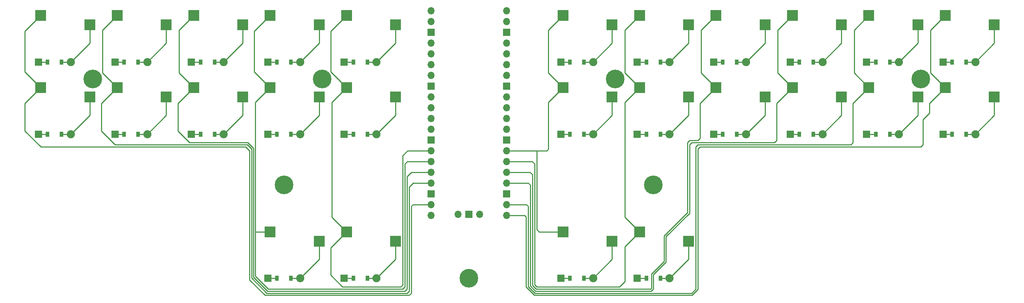
<source format=gbr>
%TF.GenerationSoftware,KiCad,Pcbnew,9.0.0*%
%TF.CreationDate,2025-03-09T18:38:06+01:00*%
%TF.ProjectId,pcb,7063622e-6b69-4636-9164-5f7063625858,v1.0.0*%
%TF.SameCoordinates,Original*%
%TF.FileFunction,Copper,L2,Bot*%
%TF.FilePolarity,Positive*%
%FSLAX46Y46*%
G04 Gerber Fmt 4.6, Leading zero omitted, Abs format (unit mm)*
G04 Created by KiCad (PCBNEW 9.0.0) date 2025-03-09 18:38:06*
%MOMM*%
%LPD*%
G01*
G04 APERTURE LIST*
%TA.AperFunction,SMDPad,CuDef*%
%ADD10R,2.600000X2.600000*%
%TD*%
%TA.AperFunction,ComponentPad*%
%ADD11R,1.778000X1.778000*%
%TD*%
%TA.AperFunction,SMDPad,CuDef*%
%ADD12R,0.900000X1.200000*%
%TD*%
%TA.AperFunction,ComponentPad*%
%ADD13C,1.905000*%
%TD*%
%TA.AperFunction,ComponentPad*%
%ADD14C,0.700000*%
%TD*%
%TA.AperFunction,ComponentPad*%
%ADD15C,4.400000*%
%TD*%
%TA.AperFunction,ComponentPad*%
%ADD16O,1.700000X1.700000*%
%TD*%
%TA.AperFunction,ComponentPad*%
%ADD17R,1.700000X1.700000*%
%TD*%
%TA.AperFunction,Conductor*%
%ADD18C,0.250000*%
%TD*%
G04 APERTURE END LIST*
D10*
%TO.P,S25,1*%
%TO.N,GP21*%
X219725000Y-128050000D03*
%TO.P,S25,2*%
%TO.N,inner_top*%
X231275000Y-130250000D03*
%TD*%
%TO.P,S12,1*%
%TO.N,GP21*%
X219725000Y-77050000D03*
%TO.P,S12,2*%
%TO.N,inner_top*%
X231275000Y-79250000D03*
%TD*%
%TO.P,S24,1*%
%TO.N,GP10*%
X168725000Y-128050000D03*
%TO.P,S24,2*%
%TO.N,inner_top*%
X180275000Y-130250000D03*
%TD*%
%TO.P,S8,1*%
%TO.N,GP11*%
X150725000Y-77050000D03*
%TO.P,S8,2*%
%TO.N,index_top*%
X162275000Y-79250000D03*
%TD*%
D11*
%TO.P,D7,1*%
%TO.N,GP9*%
X150190000Y-105000000D03*
D12*
X152350000Y-105000000D03*
%TO.P,D7,2*%
%TO.N,index_bottom*%
X155650000Y-105000000D03*
D13*
X157810000Y-105000000D03*
%TD*%
D14*
%TO.P,_8,1*%
%TO.N,N/C*%
X195850000Y-139000000D03*
X196333274Y-137833274D03*
X196333274Y-140166726D03*
X197500000Y-137350000D03*
D15*
X197500000Y-139000000D03*
D14*
X197500000Y-140650000D03*
X198666726Y-137833274D03*
X198666726Y-140166726D03*
X199150000Y-139000000D03*
%TD*%
D11*
%TO.P,D14,1*%
%TO.N,GP28*%
X237190000Y-88000000D03*
D12*
X239350000Y-88000000D03*
%TO.P,D14,2*%
%TO.N,index_top*%
X242650000Y-88000000D03*
D13*
X244810000Y-88000000D03*
%TD*%
D11*
%TO.P,D18,1*%
%TO.N,GP28*%
X273190000Y-88000000D03*
D12*
X275350000Y-88000000D03*
%TO.P,D18,2*%
%TO.N,ring_top*%
X278650000Y-88000000D03*
D13*
X280810000Y-88000000D03*
%TD*%
D10*
%TO.P,S4,1*%
%TO.N,GP13*%
X114725000Y-77050000D03*
%TO.P,S4,2*%
%TO.N,ring_top*%
X126275000Y-79250000D03*
%TD*%
D11*
%TO.P,D3,1*%
%TO.N,GP9*%
X114190000Y-105000000D03*
D12*
X116350000Y-105000000D03*
%TO.P,D3,2*%
%TO.N,ring_bottom*%
X119650000Y-105000000D03*
D13*
X121810000Y-105000000D03*
%TD*%
D10*
%TO.P,S16,1*%
%TO.N,GP19*%
X255725000Y-77050000D03*
%TO.P,S16,2*%
%TO.N,middle_top*%
X267275000Y-79250000D03*
%TD*%
%TO.P,S14,1*%
%TO.N,GP20*%
X237725000Y-77050000D03*
%TO.P,S14,2*%
%TO.N,index_top*%
X249275000Y-79250000D03*
%TD*%
D11*
%TO.P,D6,1*%
%TO.N,GP5*%
X132190000Y-88000000D03*
D12*
X134350000Y-88000000D03*
%TO.P,D6,2*%
%TO.N,middle_top*%
X137650000Y-88000000D03*
D13*
X139810000Y-88000000D03*
%TD*%
D10*
%TO.P,S17,1*%
%TO.N,GP18*%
X273725000Y-94050000D03*
%TO.P,S17,2*%
%TO.N,ring_bottom*%
X285275000Y-96250000D03*
%TD*%
D11*
%TO.P,D23,1*%
%TO.N,GP15*%
X150190000Y-139000000D03*
D12*
X152350000Y-139000000D03*
%TO.P,D23,2*%
%TO.N,outer_top*%
X155650000Y-139000000D03*
D13*
X157810000Y-139000000D03*
%TD*%
D11*
%TO.P,D17,1*%
%TO.N,GP22*%
X273190000Y-105000000D03*
D12*
X275350000Y-105000000D03*
%TO.P,D17,2*%
%TO.N,ring_bottom*%
X278650000Y-105000000D03*
D13*
X280810000Y-105000000D03*
%TD*%
D10*
%TO.P,S20,1*%
%TO.N,GP17*%
X291725000Y-77050000D03*
%TO.P,S20,2*%
%TO.N,pinky_top*%
X303275000Y-79250000D03*
%TD*%
D11*
%TO.P,D2,1*%
%TO.N,GP5*%
X96190000Y-88000000D03*
D12*
X98350000Y-88000000D03*
%TO.P,D2,2*%
%TO.N,pinky_top*%
X101650000Y-88000000D03*
D13*
X103810000Y-88000000D03*
%TD*%
D14*
%TO.P,_2,1*%
%TO.N,N/C*%
X107350000Y-92000000D03*
X107833274Y-90833274D03*
X107833274Y-93166726D03*
X109000000Y-90350000D03*
D15*
X109000000Y-92000000D03*
D14*
X109000000Y-93650000D03*
X110166726Y-90833274D03*
X110166726Y-93166726D03*
X110650000Y-92000000D03*
%TD*%
D11*
%TO.P,D16,1*%
%TO.N,GP28*%
X255190000Y-88000000D03*
D12*
X257350000Y-88000000D03*
%TO.P,D16,2*%
%TO.N,middle_top*%
X260650000Y-88000000D03*
D13*
X262810000Y-88000000D03*
%TD*%
D11*
%TO.P,D11,1*%
%TO.N,GP22*%
X219190000Y-105000000D03*
D12*
X221350000Y-105000000D03*
%TO.P,D11,2*%
%TO.N,inner_bottom*%
X224650000Y-105000000D03*
D13*
X226810000Y-105000000D03*
%TD*%
D14*
%TO.P,_6,1*%
%TO.N,N/C*%
X152350000Y-117000000D03*
X152833274Y-115833274D03*
X152833274Y-118166726D03*
X154000000Y-115350000D03*
D15*
X154000000Y-117000000D03*
D14*
X154000000Y-118650000D03*
X155166726Y-115833274D03*
X155166726Y-118166726D03*
X155650000Y-117000000D03*
%TD*%
D10*
%TO.P,S1,1*%
%TO.N,GP14*%
X96725000Y-94050000D03*
%TO.P,S1,2*%
%TO.N,pinky_bottom*%
X108275000Y-96250000D03*
%TD*%
%TO.P,S19,1*%
%TO.N,GP17*%
X291725000Y-94050000D03*
%TO.P,S19,2*%
%TO.N,pinky_bottom*%
X303275000Y-96250000D03*
%TD*%
D11*
%TO.P,D25,1*%
%TO.N,GP15*%
X219190000Y-139000000D03*
D12*
X221350000Y-139000000D03*
%TO.P,D25,2*%
%TO.N,inner_top*%
X224650000Y-139000000D03*
D13*
X226810000Y-139000000D03*
%TD*%
D11*
%TO.P,D21,1*%
%TO.N,GP22*%
X309190000Y-105000000D03*
D12*
X311350000Y-105000000D03*
%TO.P,D21,2*%
%TO.N,outer_bottom*%
X314650000Y-105000000D03*
D13*
X316810000Y-105000000D03*
%TD*%
D10*
%TO.P,S22,1*%
%TO.N,GP16*%
X309725000Y-77050000D03*
%TO.P,S22,2*%
%TO.N,outer_top*%
X321275000Y-79250000D03*
%TD*%
D16*
%TO.P,_1,1*%
%TO.N,GP0*%
X188610000Y-75870000D03*
%TO.P,_1,2*%
%TO.N,GP1*%
X188610000Y-78410000D03*
D17*
%TO.P,_1,3*%
%TO.N,GND*%
X188610000Y-80950000D03*
D16*
%TO.P,_1,4*%
%TO.N,GP2*%
X188610000Y-83490000D03*
%TO.P,_1,5*%
%TO.N,GP3*%
X188610000Y-86030000D03*
%TO.P,_1,6*%
%TO.N,GP4*%
X188610000Y-88570000D03*
%TO.P,_1,7*%
%TO.N,GP5*%
X188610000Y-91110000D03*
D17*
%TO.P,_1,8*%
%TO.N,GND*%
X188610000Y-93650000D03*
D16*
%TO.P,_1,9*%
%TO.N,GP6*%
X188610000Y-96190000D03*
%TO.P,_1,10*%
%TO.N,GP7*%
X188610000Y-98730000D03*
%TO.P,_1,11*%
%TO.N,GP8*%
X188610000Y-101270000D03*
%TO.P,_1,12*%
%TO.N,GP9*%
X188610000Y-103810000D03*
D17*
%TO.P,_1,13*%
%TO.N,GND*%
X188610000Y-106350000D03*
D16*
%TO.P,_1,14*%
%TO.N,GP10*%
X188610000Y-108890000D03*
%TO.P,_1,15*%
%TO.N,GP11*%
X188610000Y-111430000D03*
%TO.P,_1,16*%
%TO.N,GP12*%
X188610000Y-113970000D03*
%TO.P,_1,17*%
%TO.N,GP13*%
X188610000Y-116510000D03*
D17*
%TO.P,_1,18*%
%TO.N,GND*%
X188610000Y-119050000D03*
D16*
%TO.P,_1,19*%
%TO.N,GP14*%
X188610000Y-121590000D03*
%TO.P,_1,20*%
%TO.N,GP15*%
X188610000Y-124130000D03*
%TO.P,_1,21*%
%TO.N,GP16*%
X206390000Y-124130000D03*
%TO.P,_1,22*%
%TO.N,GP17*%
X206390000Y-121590000D03*
D17*
%TO.P,_1,23*%
%TO.N,GND*%
X206390000Y-119050000D03*
D16*
%TO.P,_1,24*%
%TO.N,GP18*%
X206390000Y-116510000D03*
%TO.P,_1,25*%
%TO.N,GP19*%
X206390000Y-113970000D03*
%TO.P,_1,26*%
%TO.N,GP20*%
X206390000Y-111430000D03*
%TO.P,_1,27*%
%TO.N,GP21*%
X206390000Y-108890000D03*
D17*
%TO.P,_1,28*%
%TO.N,GND*%
X206390000Y-106350000D03*
D16*
%TO.P,_1,29*%
%TO.N,GP22*%
X206390000Y-103810000D03*
%TO.P,_1,30*%
%TO.N,RUN*%
X206390000Y-101270000D03*
%TO.P,_1,31*%
%TO.N,GP26*%
X206390000Y-98730000D03*
%TO.P,_1,32*%
%TO.N,GP27*%
X206390000Y-96190000D03*
D17*
%TO.P,_1,33*%
%TO.N,AGND*%
X206390000Y-93650000D03*
D16*
%TO.P,_1,34*%
%TO.N,GP28*%
X206390000Y-91110000D03*
%TO.P,_1,35*%
%TO.N,ADC_VREF*%
X206390000Y-88570000D03*
%TO.P,_1,36*%
%TO.N,3V3*%
X206390000Y-86030000D03*
%TO.P,_1,37*%
%TO.N,3V3_EN*%
X206390000Y-83490000D03*
D17*
%TO.P,_1,38*%
%TO.N,GND*%
X206390000Y-80950000D03*
D16*
%TO.P,_1,39*%
%TO.N,VSYS*%
X206390000Y-78410000D03*
%TO.P,_1,40*%
%TO.N,VBUS*%
X206390000Y-75870000D03*
%TO.P,_1,41*%
%TO.N,N/C*%
X194960000Y-123900000D03*
D17*
%TO.P,_1,42*%
X197500000Y-123900000D03*
D16*
%TO.P,_1,43*%
X200040000Y-123900000D03*
%TD*%
D10*
%TO.P,S13,1*%
%TO.N,GP20*%
X237725000Y-94050000D03*
%TO.P,S13,2*%
%TO.N,index_bottom*%
X249275000Y-96250000D03*
%TD*%
%TO.P,S15,1*%
%TO.N,GP19*%
X255725000Y-94050000D03*
%TO.P,S15,2*%
%TO.N,middle_bottom*%
X267275000Y-96250000D03*
%TD*%
D14*
%TO.P,_4,1*%
%TO.N,N/C*%
X230350000Y-92000000D03*
X230833274Y-90833274D03*
X230833274Y-93166726D03*
X232000000Y-90350000D03*
D15*
X232000000Y-92000000D03*
D14*
X232000000Y-93650000D03*
X233166726Y-90833274D03*
X233166726Y-93166726D03*
X233650000Y-92000000D03*
%TD*%
D10*
%TO.P,S10,1*%
%TO.N,GP10*%
X168725000Y-77050000D03*
%TO.P,S10,2*%
%TO.N,inner_top*%
X180275000Y-79250000D03*
%TD*%
D11*
%TO.P,D26,1*%
%TO.N,GP15*%
X237190000Y-139000000D03*
D12*
X239350000Y-139000000D03*
%TO.P,D26,2*%
%TO.N,outer_top*%
X242650000Y-139000000D03*
D13*
X244810000Y-139000000D03*
%TD*%
D11*
%TO.P,D22,1*%
%TO.N,GP28*%
X309190000Y-88000000D03*
D12*
X311350000Y-88000000D03*
%TO.P,D22,2*%
%TO.N,outer_top*%
X314650000Y-88000000D03*
D13*
X316810000Y-88000000D03*
%TD*%
D11*
%TO.P,D9,1*%
%TO.N,GP9*%
X168190000Y-105000000D03*
D12*
X170350000Y-105000000D03*
%TO.P,D9,2*%
%TO.N,inner_bottom*%
X173650000Y-105000000D03*
D13*
X175810000Y-105000000D03*
%TD*%
D11*
%TO.P,D10,1*%
%TO.N,GP5*%
X168190000Y-88000000D03*
D12*
X170350000Y-88000000D03*
%TO.P,D10,2*%
%TO.N,inner_top*%
X173650000Y-88000000D03*
D13*
X175810000Y-88000000D03*
%TD*%
D11*
%TO.P,D20,1*%
%TO.N,GP28*%
X291190000Y-88000000D03*
D12*
X293350000Y-88000000D03*
%TO.P,D20,2*%
%TO.N,pinky_top*%
X296650000Y-88000000D03*
D13*
X298810000Y-88000000D03*
%TD*%
D11*
%TO.P,D13,1*%
%TO.N,GP22*%
X237190000Y-105000000D03*
D12*
X239350000Y-105000000D03*
%TO.P,D13,2*%
%TO.N,index_bottom*%
X242650000Y-105000000D03*
D13*
X244810000Y-105000000D03*
%TD*%
D11*
%TO.P,D5,1*%
%TO.N,GP9*%
X132190000Y-105000000D03*
D12*
X134350000Y-105000000D03*
%TO.P,D5,2*%
%TO.N,middle_bottom*%
X137650000Y-105000000D03*
D13*
X139810000Y-105000000D03*
%TD*%
D11*
%TO.P,D4,1*%
%TO.N,GP5*%
X114190000Y-88000000D03*
D12*
X116350000Y-88000000D03*
%TO.P,D4,2*%
%TO.N,ring_top*%
X119650000Y-88000000D03*
D13*
X121810000Y-88000000D03*
%TD*%
D11*
%TO.P,D24,1*%
%TO.N,GP15*%
X168190000Y-139000000D03*
D12*
X170350000Y-139000000D03*
%TO.P,D24,2*%
%TO.N,inner_top*%
X173650000Y-139000000D03*
D13*
X175810000Y-139000000D03*
%TD*%
D14*
%TO.P,_3,1*%
%TO.N,N/C*%
X161350000Y-92000000D03*
X161833274Y-90833274D03*
X161833274Y-93166726D03*
X163000000Y-90350000D03*
D15*
X163000000Y-92000000D03*
D14*
X163000000Y-93650000D03*
X164166726Y-90833274D03*
X164166726Y-93166726D03*
X164650000Y-92000000D03*
%TD*%
D11*
%TO.P,D12,1*%
%TO.N,GP28*%
X219190000Y-88000000D03*
D12*
X221350000Y-88000000D03*
%TO.P,D12,2*%
%TO.N,inner_top*%
X224650000Y-88000000D03*
D13*
X226810000Y-88000000D03*
%TD*%
D10*
%TO.P,S5,1*%
%TO.N,GP12*%
X132725000Y-94050000D03*
%TO.P,S5,2*%
%TO.N,middle_bottom*%
X144275000Y-96250000D03*
%TD*%
%TO.P,S7,1*%
%TO.N,GP11*%
X150725000Y-94050000D03*
%TO.P,S7,2*%
%TO.N,index_bottom*%
X162275000Y-96250000D03*
%TD*%
%TO.P,S26,1*%
%TO.N,GP20*%
X237725000Y-128050000D03*
%TO.P,S26,2*%
%TO.N,outer_top*%
X249275000Y-130250000D03*
%TD*%
%TO.P,S9,1*%
%TO.N,GP10*%
X168725000Y-94050000D03*
%TO.P,S9,2*%
%TO.N,inner_bottom*%
X180275000Y-96250000D03*
%TD*%
D11*
%TO.P,D19,1*%
%TO.N,GP22*%
X291190000Y-105000000D03*
D12*
X293350000Y-105000000D03*
%TO.P,D19,2*%
%TO.N,pinky_bottom*%
X296650000Y-105000000D03*
D13*
X298810000Y-105000000D03*
%TD*%
D10*
%TO.P,S23,1*%
%TO.N,GP11*%
X150725000Y-128050000D03*
%TO.P,S23,2*%
%TO.N,outer_top*%
X162275000Y-130250000D03*
%TD*%
%TO.P,S21,1*%
%TO.N,GP16*%
X309725000Y-94050000D03*
%TO.P,S21,2*%
%TO.N,outer_bottom*%
X321275000Y-96250000D03*
%TD*%
D11*
%TO.P,D8,1*%
%TO.N,GP5*%
X150190000Y-88000000D03*
D12*
X152350000Y-88000000D03*
%TO.P,D8,2*%
%TO.N,index_top*%
X155650000Y-88000000D03*
D13*
X157810000Y-88000000D03*
%TD*%
D10*
%TO.P,S6,1*%
%TO.N,GP12*%
X132725000Y-77050000D03*
%TO.P,S6,2*%
%TO.N,middle_top*%
X144275000Y-79250000D03*
%TD*%
D11*
%TO.P,D1,1*%
%TO.N,GP9*%
X96190000Y-105000000D03*
D12*
X98350000Y-105000000D03*
%TO.P,D1,2*%
%TO.N,pinky_bottom*%
X101650000Y-105000000D03*
D13*
X103810000Y-105000000D03*
%TD*%
D10*
%TO.P,S18,1*%
%TO.N,GP18*%
X273725000Y-77050000D03*
%TO.P,S18,2*%
%TO.N,ring_top*%
X285275000Y-79250000D03*
%TD*%
%TO.P,S2,1*%
%TO.N,GP14*%
X96725000Y-77050000D03*
%TO.P,S2,2*%
%TO.N,pinky_top*%
X108275000Y-79250000D03*
%TD*%
D11*
%TO.P,D15,1*%
%TO.N,GP22*%
X255190000Y-105000000D03*
D12*
X257350000Y-105000000D03*
%TO.P,D15,2*%
%TO.N,middle_bottom*%
X260650000Y-105000000D03*
D13*
X262810000Y-105000000D03*
%TD*%
D10*
%TO.P,S11,1*%
%TO.N,GP21*%
X219725000Y-94050000D03*
%TO.P,S11,2*%
%TO.N,inner_bottom*%
X231275000Y-96250000D03*
%TD*%
D14*
%TO.P,_5,1*%
%TO.N,N/C*%
X302350000Y-92000000D03*
X302833274Y-90833274D03*
X302833274Y-93166726D03*
X304000000Y-90350000D03*
D15*
X304000000Y-92000000D03*
D14*
X304000000Y-93650000D03*
X305166726Y-90833274D03*
X305166726Y-93166726D03*
X305650000Y-92000000D03*
%TD*%
%TO.P,_7,1*%
%TO.N,N/C*%
X239350000Y-117000000D03*
X239833274Y-115833274D03*
X239833274Y-118166726D03*
X241000000Y-115350000D03*
D15*
X241000000Y-117000000D03*
D14*
X241000000Y-118650000D03*
X242166726Y-115833274D03*
X242166726Y-118166726D03*
X242650000Y-117000000D03*
%TD*%
D10*
%TO.P,S3,1*%
%TO.N,GP13*%
X114725000Y-94050000D03*
%TO.P,S3,2*%
%TO.N,ring_bottom*%
X126275000Y-96250000D03*
%TD*%
D18*
%TO.N,GP21*%
X206390000Y-108890000D02*
X213390000Y-108890000D01*
X213390000Y-108890000D02*
X213500000Y-109000000D01*
X213500000Y-127500000D02*
X214050000Y-128050000D01*
X213500000Y-109000000D02*
X213500000Y-127500000D01*
X214050000Y-128050000D02*
X219725000Y-128050000D01*
%TO.N,GP14*%
X145920100Y-108920100D02*
X145920100Y-139420100D01*
X93000000Y-104240000D02*
X96760000Y-108000000D01*
X93000000Y-97775000D02*
X93000000Y-104240000D01*
X184000000Y-142500000D02*
X184000000Y-122000000D01*
X96725000Y-94050000D02*
X93000000Y-90325000D01*
X149500000Y-143000000D02*
X183500000Y-143000000D01*
X93000000Y-90325000D02*
X93000000Y-80775000D01*
X93000000Y-80775000D02*
X96725000Y-77050000D01*
X184000000Y-122000000D02*
X184410000Y-121590000D01*
X145000000Y-108000000D02*
X145920100Y-108920100D01*
X145920100Y-139420100D02*
X149500000Y-143000000D01*
X183500000Y-143000000D02*
X184000000Y-142500000D01*
X96760000Y-108000000D02*
X145000000Y-108000000D01*
X96725000Y-94050000D02*
X93000000Y-97775000D01*
X184410000Y-121590000D02*
X188610000Y-121590000D01*
%TO.N,pinky_bottom*%
X298810000Y-105000000D02*
X303275000Y-100535000D01*
X108275000Y-100535000D02*
X108275000Y-96250000D01*
X296650000Y-105000000D02*
X298810000Y-105000000D01*
X101650000Y-105000000D02*
X103810000Y-105000000D01*
X303275000Y-100535000D02*
X303275000Y-96250000D01*
X103810000Y-105000000D02*
X108275000Y-100535000D01*
%TO.N,pinky_top*%
X298810000Y-88000000D02*
X303275000Y-83535000D01*
X101650000Y-88000000D02*
X103810000Y-88000000D01*
X296650000Y-88000000D02*
X298810000Y-88000000D01*
X108275000Y-83535000D02*
X108275000Y-79250000D01*
X303275000Y-83535000D02*
X303275000Y-79250000D01*
X103810000Y-88000000D02*
X108275000Y-83535000D01*
%TO.N,GP13*%
X183500000Y-117500000D02*
X184500000Y-116500000D01*
X114260000Y-107500000D02*
X145362190Y-107500000D01*
X183000000Y-142500000D02*
X183500000Y-142000000D01*
X146371100Y-108508910D02*
X146371100Y-138886720D01*
X145362190Y-107500000D02*
X146371100Y-108508910D01*
X111000000Y-97775000D02*
X111000000Y-104240000D01*
X184510000Y-116510000D02*
X188610000Y-116510000D01*
X111273100Y-90598100D02*
X111273100Y-80501900D01*
X183500000Y-142000000D02*
X183500000Y-117500000D01*
X111000000Y-104240000D02*
X114260000Y-107500000D01*
X111273100Y-80501900D02*
X114725000Y-77050000D01*
X149984380Y-142500000D02*
X183000000Y-142500000D01*
X184500000Y-116500000D02*
X184510000Y-116510000D01*
X114725000Y-94050000D02*
X111000000Y-97775000D01*
X146371100Y-138886720D02*
X149984380Y-142500000D01*
X114725000Y-94050000D02*
X111273100Y-90598100D01*
%TO.N,ring_bottom*%
X285275000Y-100535000D02*
X285275000Y-96250000D01*
X280810000Y-105000000D02*
X285275000Y-100535000D01*
X126275000Y-100535000D02*
X126275000Y-96250000D01*
X278650000Y-105000000D02*
X280810000Y-105000000D01*
X119650000Y-105000000D02*
X121810000Y-105000000D01*
X121810000Y-105000000D02*
X126275000Y-100535000D01*
%TO.N,ring_top*%
X119650000Y-88000000D02*
X121810000Y-88000000D01*
X285275000Y-83535000D02*
X285275000Y-79250000D01*
X278650000Y-88000000D02*
X280810000Y-88000000D01*
X121810000Y-88000000D02*
X126275000Y-83535000D01*
X280810000Y-88000000D02*
X285275000Y-83535000D01*
X126275000Y-83535000D02*
X126275000Y-79250000D01*
%TO.N,GP12*%
X182500000Y-142000000D02*
X183000000Y-141500000D01*
X132725000Y-94050000D02*
X129273100Y-90598100D01*
X129273100Y-90598100D02*
X129273100Y-80501900D01*
X185530000Y-113970000D02*
X188610000Y-113970000D01*
X129273100Y-80501900D02*
X132725000Y-77050000D01*
X146822100Y-138699910D02*
X150122190Y-142000000D01*
X132725000Y-94050000D02*
X129000000Y-97775000D01*
X185500000Y-114000000D02*
X185530000Y-113970000D01*
X184000000Y-114000000D02*
X185500000Y-114000000D01*
X145500000Y-107000000D02*
X146822100Y-108322100D01*
X131760000Y-107000000D02*
X145500000Y-107000000D01*
X129000000Y-104240000D02*
X131760000Y-107000000D01*
X183000000Y-141500000D02*
X183000000Y-115000000D01*
X183000000Y-115000000D02*
X184000000Y-114000000D01*
X146822100Y-108322100D02*
X146822100Y-138699910D01*
X129000000Y-97775000D02*
X129000000Y-104240000D01*
X150122190Y-142000000D02*
X182500000Y-142000000D01*
%TO.N,middle_bottom*%
X267275000Y-100535000D02*
X267275000Y-96250000D01*
X139810000Y-105000000D02*
X144275000Y-100535000D01*
X137650000Y-105000000D02*
X139810000Y-105000000D01*
X260650000Y-105000000D02*
X262810000Y-105000000D01*
X144275000Y-100535000D02*
X144275000Y-96250000D01*
X262810000Y-105000000D02*
X267275000Y-100535000D01*
%TO.N,middle_top*%
X267275000Y-83535000D02*
X267275000Y-79250000D01*
X139810000Y-88000000D02*
X144275000Y-83535000D01*
X260650000Y-88000000D02*
X262810000Y-88000000D01*
X262810000Y-88000000D02*
X267275000Y-83535000D01*
X137650000Y-88000000D02*
X139810000Y-88000000D01*
X144275000Y-83535000D02*
X144275000Y-79250000D01*
%TO.N,GP11*%
X150260000Y-141500000D02*
X182000000Y-141500000D01*
X147273100Y-128000000D02*
X147273100Y-97501900D01*
X147000000Y-90325000D02*
X147000000Y-80775000D01*
X183070000Y-111430000D02*
X188610000Y-111430000D01*
X147273100Y-97501900D02*
X150725000Y-94050000D01*
X147000000Y-80775000D02*
X150725000Y-77050000D01*
X147273100Y-138513100D02*
X150260000Y-141500000D01*
X150725000Y-128050000D02*
X147323100Y-128050000D01*
X147273100Y-128000000D02*
X147273100Y-138513100D01*
X182500000Y-141000000D02*
X182500000Y-112000000D01*
X182500000Y-112000000D02*
X183070000Y-111430000D01*
X147323100Y-128050000D02*
X147273100Y-128000000D01*
X150725000Y-94050000D02*
X147000000Y-90325000D01*
X182000000Y-141500000D02*
X182500000Y-141000000D01*
%TO.N,index_bottom*%
X157810000Y-105000000D02*
X162275000Y-100535000D01*
X162275000Y-100535000D02*
X162275000Y-96250000D01*
X244810000Y-105000000D02*
X249275000Y-100535000D01*
X249275000Y-100535000D02*
X249275000Y-96250000D01*
X242650000Y-105000000D02*
X244810000Y-105000000D01*
X155650000Y-105000000D02*
X157810000Y-105000000D01*
%TO.N,index_top*%
X244810000Y-88000000D02*
X249275000Y-83535000D01*
X249275000Y-83535000D02*
X249275000Y-79250000D01*
X157810000Y-88000000D02*
X162275000Y-83535000D01*
X242650000Y-88000000D02*
X244810000Y-88000000D01*
X155650000Y-88000000D02*
X157810000Y-88000000D01*
X162275000Y-83535000D02*
X162275000Y-79250000D01*
%TO.N,GP10*%
X188610000Y-108890000D02*
X183110000Y-108890000D01*
X167760000Y-141000000D02*
X165000000Y-138240000D01*
X181500000Y-141000000D02*
X167760000Y-141000000D01*
X165000000Y-131775000D02*
X168725000Y-128050000D01*
X165273100Y-97501900D02*
X168725000Y-94050000D01*
X182000000Y-140500000D02*
X181500000Y-141000000D01*
X168725000Y-128050000D02*
X165273100Y-124598100D01*
X182000000Y-110000000D02*
X182000000Y-140500000D01*
X165000000Y-80775000D02*
X168725000Y-77050000D01*
X165000000Y-138240000D02*
X165000000Y-131775000D01*
X183110000Y-108890000D02*
X182000000Y-110000000D01*
X168725000Y-94050000D02*
X165000000Y-90325000D01*
X165273100Y-124598100D02*
X165273100Y-97501900D01*
X165000000Y-90325000D02*
X165000000Y-80775000D01*
%TO.N,inner_bottom*%
X231275000Y-100535000D02*
X231275000Y-96250000D01*
X226810000Y-105000000D02*
X231275000Y-100535000D01*
X180275000Y-100535000D02*
X180275000Y-96250000D01*
X224650000Y-105000000D02*
X226810000Y-105000000D01*
X175810000Y-105000000D02*
X180275000Y-100535000D01*
X173650000Y-105000000D02*
X175810000Y-105000000D01*
%TO.N,inner_top*%
X173650000Y-88000000D02*
X175810000Y-88000000D01*
X180275000Y-83535000D02*
X180275000Y-79250000D01*
X175810000Y-139000000D02*
X180275000Y-134535000D01*
X224650000Y-139000000D02*
X226810000Y-139000000D01*
X226810000Y-88000000D02*
X231275000Y-83535000D01*
X173650000Y-139000000D02*
X175810000Y-139000000D01*
X180275000Y-134535000D02*
X180275000Y-130250000D01*
X224650000Y-88000000D02*
X226810000Y-88000000D01*
X231275000Y-134535000D02*
X231275000Y-130250000D01*
X231275000Y-83535000D02*
X231275000Y-79250000D01*
X175810000Y-88000000D02*
X180275000Y-83535000D01*
X226810000Y-139000000D02*
X231275000Y-134535000D01*
%TO.N,GP21*%
X219725000Y-94050000D02*
X216273100Y-90598100D01*
X216273100Y-80501900D02*
X219725000Y-77050000D01*
X216273100Y-90598100D02*
X216273100Y-80501900D01*
%TO.N,GP20*%
X213000000Y-140500000D02*
X213000000Y-112000000D01*
X237725000Y-94050000D02*
X234273100Y-90598100D01*
X234273100Y-131501900D02*
X234273100Y-139726900D01*
X234273100Y-97501900D02*
X237725000Y-94050000D01*
X234273100Y-80501900D02*
X237725000Y-77050000D01*
X234273100Y-139726900D02*
X233000000Y-141000000D01*
X233000000Y-141000000D02*
X213500000Y-141000000D01*
X234273100Y-90598100D02*
X234273100Y-80501900D01*
X234273100Y-124598100D02*
X234273100Y-97501900D01*
X237725000Y-128050000D02*
X234273100Y-131501900D01*
X237725000Y-128050000D02*
X234273100Y-124598100D01*
X213500000Y-141000000D02*
X213000000Y-140500000D01*
X212430000Y-111430000D02*
X206390000Y-111430000D01*
X213000000Y-112000000D02*
X212430000Y-111430000D01*
%TO.N,GP19*%
X240549000Y-137951000D02*
X243500000Y-135000000D01*
X249000000Y-123500000D02*
X249000000Y-107000000D01*
X249000000Y-107000000D02*
X249500000Y-106500000D01*
X252273100Y-80501900D02*
X255725000Y-77050000D01*
X252000000Y-106000000D02*
X252000000Y-97775000D01*
X251500000Y-106500000D02*
X252000000Y-106000000D01*
X252000000Y-97775000D02*
X255725000Y-94050000D01*
X212500000Y-114500000D02*
X212500000Y-140637810D01*
X213362190Y-141500000D02*
X240362190Y-141500000D01*
X206390000Y-113970000D02*
X211970000Y-113970000D01*
X240549000Y-141313190D02*
X240549000Y-137951000D01*
X212500000Y-140637810D02*
X213362190Y-141500000D01*
X211970000Y-113970000D02*
X212500000Y-114500000D01*
X243500000Y-129000000D02*
X249000000Y-123500000D01*
X243500000Y-135000000D02*
X243500000Y-129000000D01*
X252273100Y-90598100D02*
X252273100Y-80501900D01*
X255725000Y-94050000D02*
X252273100Y-90598100D01*
X240362190Y-141500000D02*
X240549000Y-141313190D01*
X249500000Y-106500000D02*
X251500000Y-106500000D01*
%TO.N,GP18*%
X212000000Y-117010000D02*
X211500000Y-116510000D01*
X270000000Y-97775000D02*
X270000000Y-106500000D01*
X249500000Y-123637810D02*
X243951000Y-129186810D01*
X250000000Y-107000000D02*
X249500000Y-107500000D01*
X270273100Y-80501900D02*
X273725000Y-77050000D01*
X241000000Y-141500000D02*
X240500000Y-142000000D01*
X249500000Y-107500000D02*
X249500000Y-123637810D01*
X240500000Y-142000000D02*
X213224380Y-142000000D01*
X270273100Y-90598100D02*
X270273100Y-80501900D01*
X243951000Y-129186810D02*
X243951000Y-135186810D01*
X241000000Y-138137810D02*
X241000000Y-141500000D01*
X273725000Y-94050000D02*
X270000000Y-97775000D01*
X273725000Y-94050000D02*
X270273100Y-90598100D01*
X211500000Y-116510000D02*
X206390000Y-116510000D01*
X269500000Y-107000000D02*
X250000000Y-107000000D01*
X270000000Y-106500000D02*
X269500000Y-107000000D01*
X212000000Y-140775620D02*
X212000000Y-117010000D01*
X213224380Y-142000000D02*
X212000000Y-140775620D01*
X243951000Y-135186810D02*
X241000000Y-138137810D01*
%TO.N,GP17*%
X288000000Y-97775000D02*
X288000000Y-107000000D01*
X288273100Y-80501900D02*
X291725000Y-77050000D01*
X288273100Y-90598100D02*
X288273100Y-80501900D01*
X250000000Y-142500000D02*
X213086570Y-142500000D01*
X287500000Y-107500000D02*
X251500000Y-107500000D01*
X288000000Y-107000000D02*
X287500000Y-107500000D01*
X251000000Y-141500000D02*
X250000000Y-142500000D01*
X213086570Y-142500000D02*
X211500000Y-140913430D01*
X211500000Y-140913430D02*
X211500000Y-122000000D01*
X291725000Y-94050000D02*
X288000000Y-97775000D01*
X211090000Y-121590000D02*
X206390000Y-121590000D01*
X251000000Y-108000000D02*
X251000000Y-141500000D01*
X211500000Y-122000000D02*
X211090000Y-121590000D01*
X251500000Y-107500000D02*
X251000000Y-108000000D01*
X291725000Y-94050000D02*
X288273100Y-90598100D01*
%TO.N,GP16*%
X250137810Y-143000000D02*
X212948760Y-143000000D01*
X304500000Y-107500000D02*
X304000000Y-108000000D01*
X306000000Y-100000000D02*
X304447810Y-101552190D01*
X304000000Y-108000000D02*
X252000000Y-108000000D01*
X211000000Y-124500000D02*
X210630000Y-124130000D01*
X304447810Y-107447810D02*
X304500000Y-107500000D01*
X251500000Y-108500000D02*
X251500000Y-141637810D01*
X251500000Y-141637810D02*
X250137810Y-143000000D01*
X306273100Y-80501900D02*
X309725000Y-77050000D01*
X306273100Y-90598100D02*
X306273100Y-80501900D01*
X309725000Y-94050000D02*
X306273100Y-90598100D01*
X306000000Y-97775000D02*
X306000000Y-100000000D01*
X211000000Y-141051240D02*
X211000000Y-124500000D01*
X212948760Y-143000000D02*
X211000000Y-141051240D01*
X309725000Y-94050000D02*
X306000000Y-97775000D01*
X210630000Y-124130000D02*
X206390000Y-124130000D01*
X252000000Y-108000000D02*
X251500000Y-108500000D01*
X304447810Y-101552190D02*
X304447810Y-107447810D01*
%TO.N,outer_bottom*%
X316810000Y-105000000D02*
X321275000Y-100535000D01*
X314650000Y-105000000D02*
X316810000Y-105000000D01*
X321275000Y-100535000D02*
X321275000Y-96250000D01*
%TO.N,outer_top*%
X321275000Y-83535000D02*
X321275000Y-79250000D01*
X242650000Y-139000000D02*
X244810000Y-139000000D01*
X314650000Y-88000000D02*
X316810000Y-88000000D01*
X155650000Y-139000000D02*
X157810000Y-139000000D01*
X249275000Y-134535000D02*
X249275000Y-130250000D01*
X162275000Y-134535000D02*
X162275000Y-130250000D01*
X244810000Y-139000000D02*
X249275000Y-134535000D01*
X157810000Y-139000000D02*
X162275000Y-134535000D01*
X316810000Y-88000000D02*
X321275000Y-83535000D01*
%TO.N,GP9*%
X114190000Y-105000000D02*
X116350000Y-105000000D01*
X168190000Y-105000000D02*
X170350000Y-105000000D01*
X150190000Y-105000000D02*
X152350000Y-105000000D01*
X132190000Y-105000000D02*
X134350000Y-105000000D01*
X96190000Y-105000000D02*
X98350000Y-105000000D01*
%TO.N,GP5*%
X132190000Y-88000000D02*
X134350000Y-88000000D01*
X168190000Y-88000000D02*
X170350000Y-88000000D01*
X96190000Y-88000000D02*
X98350000Y-88000000D01*
X150190000Y-88000000D02*
X152350000Y-88000000D01*
X114190000Y-88000000D02*
X116350000Y-88000000D01*
%TO.N,GP22*%
X273190000Y-105000000D02*
X275350000Y-105000000D01*
X291190000Y-105000000D02*
X293350000Y-105000000D01*
X237190000Y-105000000D02*
X239350000Y-105000000D01*
X255190000Y-105000000D02*
X257350000Y-105000000D01*
X309190000Y-105000000D02*
X311350000Y-105000000D01*
X219190000Y-105000000D02*
X221350000Y-105000000D01*
%TO.N,GP28*%
X255190000Y-88000000D02*
X257350000Y-88000000D01*
X309190000Y-88000000D02*
X311350000Y-88000000D01*
X291190000Y-88000000D02*
X293350000Y-88000000D01*
X237190000Y-88000000D02*
X239350000Y-88000000D01*
X273190000Y-88000000D02*
X275350000Y-88000000D01*
X219190000Y-88000000D02*
X221350000Y-88000000D01*
%TO.N,GP15*%
X219190000Y-139000000D02*
X221350000Y-139000000D01*
X150190000Y-139000000D02*
X152350000Y-139000000D01*
X168190000Y-139000000D02*
X170350000Y-139000000D01*
X237190000Y-139000000D02*
X239350000Y-139000000D01*
%TO.N,GP21*%
X216273100Y-97501900D02*
X219725000Y-94050000D01*
X216273100Y-108500000D02*
X216273100Y-97501900D01*
X215883100Y-108890000D02*
X216273100Y-108500000D01*
X213390000Y-108890000D02*
X215883100Y-108890000D01*
%TD*%
M02*

</source>
